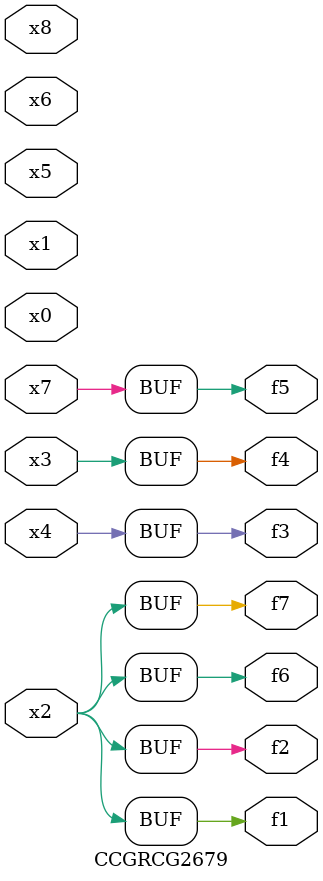
<source format=v>
module CCGRCG2679(
	input x0, x1, x2, x3, x4, x5, x6, x7, x8,
	output f1, f2, f3, f4, f5, f6, f7
);
	assign f1 = x2;
	assign f2 = x2;
	assign f3 = x4;
	assign f4 = x3;
	assign f5 = x7;
	assign f6 = x2;
	assign f7 = x2;
endmodule

</source>
